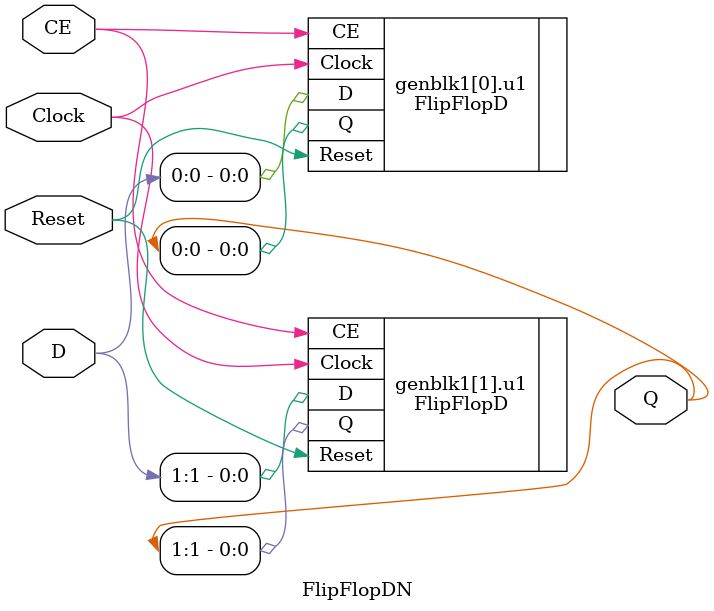
<source format=v>
`timescale 1ns / 1ps


module FlipFlopDN
#(parameter SIZE=2)
(
    input Clock,
    input Reset,
    input CE,
    input [SIZE-1:0] D,
    output [SIZE-1:0] Q
    );
genvar i;
generate
for(i=0;i<SIZE;i=i+1) begin
    FlipFlopD u1(
        .Clock(Clock),
        .Reset(Reset),
        .CE(CE),
        .D(D[i]),
        .Q(Q[i])
    );
end
endgenerate

endmodule

</source>
